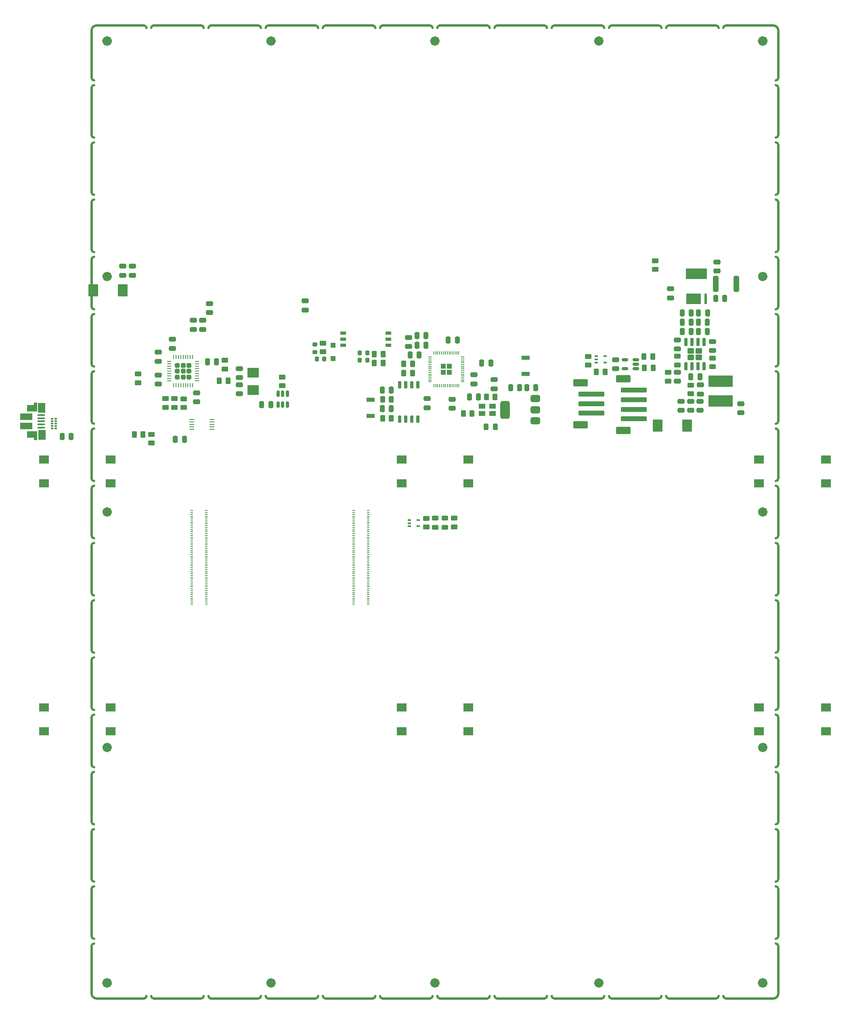
<source format=gtp>
G04 #@! TF.GenerationSoftware,KiCad,Pcbnew,8.0.6+1*
G04 #@! TF.CreationDate,2024-12-16T18:15:49+00:00*
G04 #@! TF.ProjectId,stencil,7374656e-6369-46c2-9e6b-696361645f70,4.0.1-RC*
G04 #@! TF.SameCoordinates,Original*
G04 #@! TF.FileFunction,Paste,Top*
G04 #@! TF.FilePolarity,Positive*
%FSLAX46Y46*%
G04 Gerber Fmt 4.6, Leading zero omitted, Abs format (unit mm)*
G04 Created by KiCad (PCBNEW 8.0.6+1) date 2024-12-16 18:15:49*
%MOMM*%
%LPD*%
G01*
G04 APERTURE LIST*
G04 Aperture macros list*
%AMRoundRect*
0 Rectangle with rounded corners*
0 $1 Rounding radius*
0 $2 $3 $4 $5 $6 $7 $8 $9 X,Y pos of 4 corners*
0 Add a 4 corners polygon primitive as box body*
4,1,4,$2,$3,$4,$5,$6,$7,$8,$9,$2,$3,0*
0 Add four circle primitives for the rounded corners*
1,1,$1+$1,$2,$3*
1,1,$1+$1,$4,$5*
1,1,$1+$1,$6,$7*
1,1,$1+$1,$8,$9*
0 Add four rect primitives between the rounded corners*
20,1,$1+$1,$2,$3,$4,$5,0*
20,1,$1+$1,$4,$5,$6,$7,0*
20,1,$1+$1,$6,$7,$8,$9,0*
20,1,$1+$1,$8,$9,$2,$3,0*%
G04 Aperture macros list end*
%ADD10C,0.500000*%
%ADD11C,1.000000*%
%ADD12C,1.050000*%
%ADD13RoundRect,0.250000X0.262500X0.450000X-0.262500X0.450000X-0.262500X-0.450000X0.262500X-0.450000X0*%
%ADD14RoundRect,0.250000X-0.262500X-0.450000X0.262500X-0.450000X0.262500X0.450000X-0.262500X0.450000X0*%
%ADD15RoundRect,0.250000X-0.250000X-0.475000X0.250000X-0.475000X0.250000X0.475000X-0.250000X0.475000X0*%
%ADD16RoundRect,0.250000X0.475000X-0.250000X0.475000X0.250000X-0.475000X0.250000X-0.475000X-0.250000X0*%
%ADD17RoundRect,0.250000X-0.475000X0.250000X-0.475000X-0.250000X0.475000X-0.250000X0.475000X0.250000X0*%
%ADD18RoundRect,0.375000X0.625000X0.375000X-0.625000X0.375000X-0.625000X-0.375000X0.625000X-0.375000X0*%
%ADD19RoundRect,0.500000X0.500000X1.400000X-0.500000X1.400000X-0.500000X-1.400000X0.500000X-1.400000X0*%
%ADD20RoundRect,0.250000X0.250000X0.475000X-0.250000X0.475000X-0.250000X-0.475000X0.250000X-0.475000X0*%
%ADD21RoundRect,0.250000X0.787500X1.025000X-0.787500X1.025000X-0.787500X-1.025000X0.787500X-1.025000X0*%
%ADD22R,1.700000X0.900000*%
%ADD23RoundRect,0.250000X-0.450000X0.262500X-0.450000X-0.262500X0.450000X-0.262500X0.450000X0.262500X0*%
%ADD24R,2.400000X2.000000*%
%ADD25R,1.400000X1.100000*%
%ADD26RoundRect,0.250000X0.450000X-0.262500X0.450000X0.262500X-0.450000X0.262500X-0.450000X-0.262500X0*%
%ADD27RoundRect,0.243750X0.243750X0.456250X-0.243750X0.456250X-0.243750X-0.456250X0.243750X-0.456250X0*%
%ADD28R,2.000000X1.800000*%
%ADD29RoundRect,0.250000X-0.460000X0.315000X-0.460000X-0.315000X0.460000X-0.315000X0.460000X0.315000X0*%
%ADD30RoundRect,0.150000X-0.150000X0.737500X-0.150000X-0.737500X0.150000X-0.737500X0.150000X0.737500X0*%
%ADD31RoundRect,0.150000X0.150000X-0.512500X0.150000X0.512500X-0.150000X0.512500X-0.150000X-0.512500X0*%
%ADD32R,3.150000X2.200000*%
%ADD33R,0.600000X2.200000*%
%ADD34R,4.400000X2.200000*%
%ADD35R,1.650000X0.400000*%
%ADD36R,0.700000X1.825000*%
%ADD37R,1.500000X2.000000*%
%ADD38R,2.000000X1.350000*%
%ADD39R,2.500000X1.430000*%
%ADD40RoundRect,0.247500X-0.247500X0.247500X-0.247500X-0.247500X0.247500X-0.247500X0.247500X0.247500X0*%
%ADD41RoundRect,0.062500X-0.062500X0.350000X-0.062500X-0.350000X0.062500X-0.350000X0.062500X0.350000X0*%
%ADD42RoundRect,0.062500X-0.350000X0.062500X-0.350000X-0.062500X0.350000X-0.062500X0.350000X0.062500X0*%
%ADD43R,1.300000X0.800000*%
%ADD44R,1.100000X0.250000*%
%ADD45RoundRect,0.250000X0.292217X-0.292217X0.292217X0.292217X-0.292217X0.292217X-0.292217X-0.292217X0*%
%ADD46RoundRect,0.040000X0.040000X-0.310000X0.040000X0.310000X-0.040000X0.310000X-0.040000X-0.310000X0*%
%ADD47RoundRect,0.040000X0.310000X-0.040000X0.310000X0.040000X-0.310000X0.040000X-0.310000X-0.040000X0*%
%ADD48RoundRect,0.243750X-0.456250X0.243750X-0.456250X-0.243750X0.456250X-0.243750X0.456250X0.243750X0*%
%ADD49RoundRect,0.218750X-0.256250X0.218750X-0.256250X-0.218750X0.256250X-0.218750X0.256250X0.218750X0*%
%ADD50RoundRect,0.250000X-0.300000X0.300000X-0.300000X-0.300000X0.300000X-0.300000X0.300000X0.300000X0*%
%ADD51RoundRect,0.218750X-0.218750X-0.256250X0.218750X-0.256250X0.218750X0.256250X-0.218750X0.256250X0*%
%ADD52RoundRect,0.250000X0.312500X1.450000X-0.312500X1.450000X-0.312500X-1.450000X0.312500X-1.450000X0*%
%ADD53RoundRect,0.250000X2.500000X-0.250000X2.500000X0.250000X-2.500000X0.250000X-2.500000X-0.250000X0*%
%ADD54RoundRect,0.250000X1.250000X-0.550000X1.250000X0.550000X-1.250000X0.550000X-1.250000X-0.550000X0*%
%ADD55RoundRect,0.150000X0.150000X-0.650000X0.150000X0.650000X-0.150000X0.650000X-0.150000X-0.650000X0*%
%ADD56R,0.560000X0.160000*%
%ADD57RoundRect,0.075000X0.200000X-0.075000X0.200000X0.075000X-0.200000X0.075000X-0.200000X-0.075000X0*%
%ADD58RoundRect,0.100000X-0.225000X-0.100000X0.225000X-0.100000X0.225000X0.100000X-0.225000X0.100000X0*%
%ADD59R,5.100000X2.350000*%
%ADD60RoundRect,0.150000X0.512500X0.150000X-0.512500X0.150000X-0.512500X-0.150000X0.512500X-0.150000X0*%
G04 APERTURE END LIST*
D10*
X86494385Y-46005615D02*
G75*
G02*
X85994385Y-46505615I-500000J0D01*
G01*
X135994385Y-46505615D02*
X145994385Y-46505615D01*
X133994385Y157494385D02*
G75*
G02*
X134494385Y156994385I0J-500000D01*
G01*
X15994385Y-46505615D02*
X25994385Y-46505615D01*
X158994385Y134494385D02*
G75*
G02*
X158494385Y133994385I-500000J0D01*
G01*
D11*
X87494385Y154244385D02*
G75*
G02*
X86494385Y154244385I-500000J0D01*
G01*
X86494385Y154244385D02*
G75*
G02*
X87494385Y154244385I500000J0D01*
G01*
D10*
X158994385Y72494385D02*
X158994385Y62494385D01*
X15494385Y133994385D02*
G75*
G02*
X14994385Y134494385I0J500000D01*
G01*
X158994385Y60494385D02*
X158994385Y50494385D01*
X15494385Y109994385D02*
G75*
G02*
X14994385Y110494385I0J500000D01*
G01*
X158994385Y-23505615D02*
X158994385Y-33505615D01*
X63994385Y157494385D02*
X73994385Y157494385D01*
X14994385Y84494385D02*
G75*
G02*
X15494385Y84994385I500000J0D01*
G01*
X26494385Y-46005615D02*
G75*
G02*
X25994385Y-46505615I-500000J0D01*
G01*
X158494385Y60994385D02*
G75*
G02*
X158994385Y60494385I0J-500000D01*
G01*
X15494385Y-10005615D02*
G75*
G02*
X14994385Y-9505615I0J500000D01*
G01*
D11*
X87494385Y-43255615D02*
G75*
G02*
X86494385Y-43255615I-500000J0D01*
G01*
X86494385Y-43255615D02*
G75*
G02*
X87494385Y-43255615I500000J0D01*
G01*
D10*
X158994385Y-33505615D02*
G75*
G02*
X158494385Y-34005615I-500000J0D01*
G01*
X14994385Y-23505615D02*
X14994385Y-33505615D01*
X15494385Y25994385D02*
G75*
G02*
X14994385Y26494385I0J500000D01*
G01*
X39994385Y-46505615D02*
X49994385Y-46505615D01*
X51994385Y-46505615D02*
X61994385Y-46505615D01*
X158994385Y26494385D02*
G75*
G02*
X158494385Y25994385I-500000J0D01*
G01*
X15494385Y145994385D02*
G75*
G02*
X14994385Y146494385I0J500000D01*
G01*
X145994385Y157494385D02*
G75*
G02*
X146494385Y156994385I0J-500000D01*
G01*
X14994385Y-35505615D02*
X14994385Y-45505615D01*
X98494385Y-46005615D02*
G75*
G02*
X97994385Y-46505615I-500000J0D01*
G01*
X14994385Y494385D02*
X14994385Y-9505615D01*
X85994385Y157494385D02*
G75*
G02*
X86494385Y156994385I0J-500000D01*
G01*
X63994385Y-46505615D02*
G75*
G02*
X63494385Y-46005615I0J500000D01*
G01*
X135494385Y156994385D02*
G75*
G02*
X135994385Y157494385I500000J0D01*
G01*
X111994385Y-46505615D02*
X121994385Y-46505615D01*
X99994385Y-46505615D02*
G75*
G02*
X99494385Y-46005615I0J500000D01*
G01*
X99994385Y-46505615D02*
X109994385Y-46505615D01*
X14994385Y48494385D02*
G75*
G02*
X15494385Y48994385I500000J0D01*
G01*
X111494385Y156994385D02*
G75*
G02*
X111994385Y157494385I500000J0D01*
G01*
X109994385Y157494385D02*
G75*
G02*
X110494385Y156994385I0J-500000D01*
G01*
X158494385Y120994385D02*
G75*
G02*
X158994385Y120494385I0J-500000D01*
G01*
X158494385Y48994385D02*
G75*
G02*
X158994385Y48494385I0J-500000D01*
G01*
X158494385Y36994385D02*
G75*
G02*
X158994385Y36494385I0J-500000D01*
G01*
X75994385Y157494385D02*
X85994385Y157494385D01*
X158994385Y144494385D02*
X158994385Y134494385D01*
X15494385Y73994385D02*
G75*
G02*
X14994385Y74494385I0J500000D01*
G01*
D11*
X121869385Y-43255615D02*
G75*
G02*
X120869385Y-43255615I-500000J0D01*
G01*
X120869385Y-43255615D02*
G75*
G02*
X121869385Y-43255615I500000J0D01*
G01*
D10*
X158994385Y108494385D02*
X158994385Y98494385D01*
X75994385Y-46505615D02*
G75*
G02*
X75494385Y-46005615I0J500000D01*
G01*
X15494385Y61994385D02*
G75*
G02*
X14994385Y62494385I0J500000D01*
G01*
X14994385Y156494385D02*
X14994385Y146494385D01*
X14994385Y-23505615D02*
G75*
G02*
X15494385Y-23005615I500000J0D01*
G01*
X158994385Y48494385D02*
X158994385Y38494385D01*
X147994385Y-46505615D02*
G75*
G02*
X147494385Y-46005615I0J500000D01*
G01*
D11*
X121869385Y154244385D02*
G75*
G02*
X120869385Y154244385I-500000J0D01*
G01*
X120869385Y154244385D02*
G75*
G02*
X121869385Y154244385I500000J0D01*
G01*
X156244385Y6119385D02*
G75*
G02*
X155244385Y6119385I-500000J0D01*
G01*
X155244385Y6119385D02*
G75*
G02*
X156244385Y6119385I500000J0D01*
G01*
D10*
X14994385Y108494385D02*
G75*
G02*
X15494385Y108994385I500000J0D01*
G01*
X14994385Y96494385D02*
X14994385Y86494385D01*
X158494385Y132994385D02*
G75*
G02*
X158994385Y132494385I0J-500000D01*
G01*
X158494385Y144994385D02*
G75*
G02*
X158994385Y144494385I0J-500000D01*
G01*
X14994385Y60494385D02*
X14994385Y50494385D01*
X158994385Y24494385D02*
X158994385Y14494385D01*
X135994385Y-46505615D02*
G75*
G02*
X135494385Y-46005615I0J500000D01*
G01*
X27994385Y157494385D02*
X37994385Y157494385D01*
X158994385Y62494385D02*
G75*
G02*
X158494385Y61994385I-500000J0D01*
G01*
X158994385Y-45505615D02*
G75*
G02*
X157994385Y-46505615I-1000000J0D01*
G01*
X123994385Y-46505615D02*
X133994385Y-46505615D01*
X14994385Y120494385D02*
X14994385Y110494385D01*
X14994385Y144494385D02*
G75*
G02*
X15494385Y144994385I500000J0D01*
G01*
X15494385Y37994385D02*
G75*
G02*
X14994385Y38494385I0J500000D01*
G01*
X147994385Y-46505615D02*
X157994385Y-46505615D01*
X63994385Y-46505615D02*
X73994385Y-46505615D01*
X158994385Y-21505615D02*
G75*
G02*
X158494385Y-22005615I-500000J0D01*
G01*
X14994385Y108494385D02*
X14994385Y98494385D01*
X38494385Y-46005615D02*
G75*
G02*
X37994385Y-46505615I-500000J0D01*
G01*
X158994385Y96494385D02*
X158994385Y86494385D01*
X39994385Y-46505615D02*
G75*
G02*
X39494385Y-46005615I0J500000D01*
G01*
X158994385Y14494385D02*
G75*
G02*
X158494385Y13994385I-500000J0D01*
G01*
X110494385Y-46005615D02*
G75*
G02*
X109994385Y-46505615I-500000J0D01*
G01*
X63494385Y156994385D02*
G75*
G02*
X63994385Y157494385I500000J0D01*
G01*
X51994385Y-46505615D02*
G75*
G02*
X51494385Y-46005615I0J500000D01*
G01*
X158994385Y156494385D02*
X158994385Y146494385D01*
X14994385Y96494385D02*
G75*
G02*
X15494385Y96994385I500000J0D01*
G01*
X158494385Y72994385D02*
G75*
G02*
X158994385Y72494385I0J-500000D01*
G01*
X14994385Y72494385D02*
G75*
G02*
X15494385Y72994385I500000J0D01*
G01*
X73994385Y157494385D02*
G75*
G02*
X74494385Y156994385I0J-500000D01*
G01*
X97994385Y157494385D02*
G75*
G02*
X98494385Y156994385I0J-500000D01*
G01*
X15494385Y-34005615D02*
G75*
G02*
X14994385Y-33505615I0J500000D01*
G01*
X14994385Y36494385D02*
X14994385Y26494385D01*
X61994385Y157494385D02*
G75*
G02*
X62494385Y156994385I0J-500000D01*
G01*
X15494385Y121994385D02*
G75*
G02*
X14994385Y122494385I0J500000D01*
G01*
X14994385Y-35505615D02*
G75*
G02*
X15494385Y-35005615I500000J0D01*
G01*
X158994385Y84494385D02*
X158994385Y74494385D01*
X27494385Y156994385D02*
G75*
G02*
X27994385Y157494385I500000J0D01*
G01*
X158994385Y-35505615D02*
X158994385Y-45505615D01*
X75494385Y156994385D02*
G75*
G02*
X75994385Y157494385I500000J0D01*
G01*
D11*
X156244385Y55494385D02*
G75*
G02*
X155244385Y55494385I-500000J0D01*
G01*
X155244385Y55494385D02*
G75*
G02*
X156244385Y55494385I500000J0D01*
G01*
D12*
X18769385Y154244385D02*
G75*
G02*
X17719385Y154244385I-525000J0D01*
G01*
X17719385Y154244385D02*
G75*
G02*
X18769385Y154244385I525000J0D01*
G01*
D10*
X14994385Y-11505615D02*
G75*
G02*
X15494385Y-11005615I500000J0D01*
G01*
X111994385Y157494385D02*
X121994385Y157494385D01*
X14994385Y120494385D02*
G75*
G02*
X15494385Y120994385I500000J0D01*
G01*
X158994385Y146494385D02*
G75*
G02*
X158494385Y145994385I-500000J0D01*
G01*
X122494385Y-46005615D02*
G75*
G02*
X121994385Y-46505615I-500000J0D01*
G01*
D11*
X18744385Y55494385D02*
G75*
G02*
X17744385Y55494385I-500000J0D01*
G01*
X17744385Y55494385D02*
G75*
G02*
X18744385Y55494385I500000J0D01*
G01*
D10*
X14994385Y132494385D02*
X14994385Y122494385D01*
X14994385Y494385D02*
G75*
G02*
X15494385Y994385I500000J0D01*
G01*
X75994385Y-46505615D02*
X85994385Y-46505615D01*
X14994385Y48494385D02*
X14994385Y38494385D01*
X14994385Y12494385D02*
X14994385Y2494385D01*
X158494385Y994385D02*
G75*
G02*
X158994385Y494385I0J-500000D01*
G01*
D11*
X156244385Y104869385D02*
G75*
G02*
X155244385Y104869385I-500000J0D01*
G01*
X155244385Y104869385D02*
G75*
G02*
X156244385Y104869385I500000J0D01*
G01*
D10*
X14994385Y12494385D02*
G75*
G02*
X15494385Y12994385I500000J0D01*
G01*
X14994385Y72494385D02*
X14994385Y62494385D01*
X15994385Y-46505615D02*
G75*
G02*
X14994385Y-45505615I0J1000000D01*
G01*
X87494385Y156994385D02*
G75*
G02*
X87994385Y157494385I500000J0D01*
G01*
X158994385Y36494385D02*
X158994385Y26494385D01*
X25994385Y157494385D02*
G75*
G02*
X26494385Y156994385I0J-500000D01*
G01*
X15494385Y49994385D02*
G75*
G02*
X14994385Y50494385I0J500000D01*
G01*
X14994385Y24494385D02*
X14994385Y14494385D01*
X158994385Y-11505615D02*
X158994385Y-21505615D01*
X14994385Y24494385D02*
G75*
G02*
X15494385Y24994385I500000J0D01*
G01*
X14994385Y144494385D02*
X14994385Y134494385D01*
X158994385Y86494385D02*
G75*
G02*
X158494385Y85994385I-500000J0D01*
G01*
X158494385Y-35005615D02*
G75*
G02*
X158994385Y-35505615I0J-500000D01*
G01*
X14994385Y60494385D02*
G75*
G02*
X15494385Y60994385I500000J0D01*
G01*
D11*
X18744385Y6119385D02*
G75*
G02*
X17744385Y6119385I-500000J0D01*
G01*
X17744385Y6119385D02*
G75*
G02*
X18744385Y6119385I500000J0D01*
G01*
D10*
X158994385Y132494385D02*
X158994385Y122494385D01*
X62494385Y-46005615D02*
G75*
G02*
X61994385Y-46505615I-500000J0D01*
G01*
X158994385Y98494385D02*
G75*
G02*
X158494385Y97994385I-500000J0D01*
G01*
X15494385Y1994385D02*
G75*
G02*
X14994385Y2494385I0J500000D01*
G01*
X87994385Y157494385D02*
X97994385Y157494385D01*
X87994385Y-46505615D02*
X97994385Y-46505615D01*
X135994385Y157494385D02*
X145994385Y157494385D01*
X39994385Y157494385D02*
X49994385Y157494385D01*
X51494385Y156994385D02*
G75*
G02*
X51994385Y157494385I500000J0D01*
G01*
X121994385Y157494385D02*
G75*
G02*
X122494385Y156994385I0J-500000D01*
G01*
X14994385Y132494385D02*
G75*
G02*
X15494385Y132994385I500000J0D01*
G01*
X158494385Y-11005615D02*
G75*
G02*
X158994385Y-11505615I0J-500000D01*
G01*
X27994385Y-46505615D02*
G75*
G02*
X27494385Y-46005615I0J500000D01*
G01*
X74494385Y-46005615D02*
G75*
G02*
X73994385Y-46505615I-500000J0D01*
G01*
X134494385Y-46005615D02*
G75*
G02*
X133994385Y-46505615I-500000J0D01*
G01*
D11*
X53119385Y-43255615D02*
G75*
G02*
X52119385Y-43255615I-500000J0D01*
G01*
X52119385Y-43255615D02*
G75*
G02*
X53119385Y-43255615I500000J0D01*
G01*
D10*
X146494385Y-46005615D02*
G75*
G02*
X145994385Y-46505615I-500000J0D01*
G01*
X147994385Y157494385D02*
X157994385Y157494385D01*
X157994385Y157494385D02*
G75*
G02*
X158994385Y156494385I0J-1000000D01*
G01*
X123994385Y157494385D02*
X133994385Y157494385D01*
X15494385Y85994385D02*
G75*
G02*
X14994385Y86494385I0J500000D01*
G01*
X51994385Y157494385D02*
X61994385Y157494385D01*
X147494385Y156994385D02*
G75*
G02*
X147994385Y157494385I500000J0D01*
G01*
X158994385Y110494385D02*
G75*
G02*
X158494385Y109994385I-500000J0D01*
G01*
X15994385Y157494385D02*
X25994385Y157494385D01*
D12*
X156269385Y154244385D02*
G75*
G02*
X155219385Y154244385I-525000J0D01*
G01*
X155219385Y154244385D02*
G75*
G02*
X156269385Y154244385I525000J0D01*
G01*
D10*
X15494385Y13994385D02*
G75*
G02*
X14994385Y14494385I0J500000D01*
G01*
X158994385Y12494385D02*
X158994385Y2494385D01*
X158994385Y494385D02*
X158994385Y-9505615D01*
D11*
X53119385Y154244385D02*
G75*
G02*
X52119385Y154244385I-500000J0D01*
G01*
X52119385Y154244385D02*
G75*
G02*
X53119385Y154244385I500000J0D01*
G01*
D10*
X158994385Y74494385D02*
G75*
G02*
X158494385Y73994385I-500000J0D01*
G01*
X49994385Y157494385D02*
G75*
G02*
X50494385Y156994385I0J-500000D01*
G01*
X158494385Y84994385D02*
G75*
G02*
X158994385Y84494385I0J-500000D01*
G01*
D12*
X156269385Y-43255615D02*
G75*
G02*
X155219385Y-43255615I-525000J0D01*
G01*
X155219385Y-43255615D02*
G75*
G02*
X156269385Y-43255615I525000J0D01*
G01*
D10*
X14994385Y84494385D02*
X14994385Y74494385D01*
X99994385Y157494385D02*
X109994385Y157494385D01*
X14994385Y36494385D02*
G75*
G02*
X15494385Y36994385I500000J0D01*
G01*
X158994385Y2494385D02*
G75*
G02*
X158494385Y1994385I-500000J0D01*
G01*
X87994385Y-46505615D02*
G75*
G02*
X87494385Y-46005615I0J500000D01*
G01*
X158494385Y96994385D02*
G75*
G02*
X158994385Y96494385I0J-500000D01*
G01*
X14994385Y156494385D02*
G75*
G02*
X15994385Y157494385I1000000J0D01*
G01*
X37994385Y157494385D02*
G75*
G02*
X38494385Y156994385I0J-500000D01*
G01*
X39494385Y156994385D02*
G75*
G02*
X39994385Y157494385I500000J0D01*
G01*
X15494385Y-22005615D02*
G75*
G02*
X14994385Y-21505615I0J500000D01*
G01*
X158994385Y120494385D02*
X158994385Y110494385D01*
X50494385Y-46005615D02*
G75*
G02*
X49994385Y-46505615I-500000J0D01*
G01*
X158994385Y-9505615D02*
G75*
G02*
X158494385Y-10005615I-500000J0D01*
G01*
X99494385Y156994385D02*
G75*
G02*
X99994385Y157494385I500000J0D01*
G01*
D12*
X18769385Y-43255615D02*
G75*
G02*
X17719385Y-43255615I-525000J0D01*
G01*
X17719385Y-43255615D02*
G75*
G02*
X18769385Y-43255615I525000J0D01*
G01*
D10*
X158494385Y12994385D02*
G75*
G02*
X158994385Y12494385I0J-500000D01*
G01*
X123494385Y156994385D02*
G75*
G02*
X123994385Y157494385I500000J0D01*
G01*
X158994385Y38494385D02*
G75*
G02*
X158494385Y37994385I-500000J0D01*
G01*
X158494385Y24994385D02*
G75*
G02*
X158994385Y24494385I0J-500000D01*
G01*
X15494385Y97994385D02*
G75*
G02*
X14994385Y98494385I0J500000D01*
G01*
X111994385Y-46505615D02*
G75*
G02*
X111494385Y-46005615I0J500000D01*
G01*
X158494385Y-23005615D02*
G75*
G02*
X158994385Y-23505615I0J-500000D01*
G01*
X158994385Y122494385D02*
G75*
G02*
X158494385Y121994385I-500000J0D01*
G01*
X14994385Y-11505615D02*
X14994385Y-21505615D01*
X27994385Y-46505615D02*
X37994385Y-46505615D01*
D11*
X18744385Y104869385D02*
G75*
G02*
X17744385Y104869385I-500000J0D01*
G01*
X17744385Y104869385D02*
G75*
G02*
X18744385Y104869385I500000J0D01*
G01*
D10*
X158994385Y50494385D02*
G75*
G02*
X158494385Y49994385I-500000J0D01*
G01*
X123994385Y-46505615D02*
G75*
G02*
X123494385Y-46005615I0J500000D01*
G01*
X158494385Y108994385D02*
G75*
G02*
X158994385Y108494385I0J-500000D01*
G01*
D13*
G04 #@! TO.C,R18*
X132756885Y85744385D03*
X130931885Y85744385D03*
G04 #@! TD*
D14*
G04 #@! TO.C,R21*
X92971885Y76184385D03*
X94796885Y76184385D03*
G04 #@! TD*
D15*
G04 #@! TO.C,C23*
X96794385Y86724385D03*
X98694385Y86724385D03*
G04 #@! TD*
D16*
G04 #@! TO.C,C48*
X29004385Y87084385D03*
X29004385Y88984385D03*
G04 #@! TD*
D14*
G04 #@! TO.C,R10*
X80481885Y86534385D03*
X82306885Y86534385D03*
G04 #@! TD*
D16*
G04 #@! TO.C,C21*
X81434385Y90194385D03*
X81434385Y92094385D03*
G04 #@! TD*
D17*
G04 #@! TO.C,C49*
X29004385Y84204385D03*
X29004385Y82304385D03*
G04 #@! TD*
D16*
G04 #@! TO.C,C29*
X137834385Y82884385D03*
X137834385Y84784385D03*
G04 #@! TD*
D14*
G04 #@! TO.C,R9*
X76019385Y75144385D03*
X77844385Y75144385D03*
G04 #@! TD*
D16*
G04 #@! TO.C,C28*
X138644385Y76824385D03*
X138644385Y78724385D03*
G04 #@! TD*
D18*
G04 #@! TO.C,U5*
X108034385Y74644385D03*
X108034385Y76944385D03*
D19*
X101734385Y76944385D03*
D18*
X108034385Y79244385D03*
G04 #@! TD*
D13*
G04 #@! TO.C,R20*
X122674485Y84857785D03*
X120849485Y84857785D03*
G04 #@! TD*
D20*
G04 #@! TO.C,C24*
X104754385Y81574385D03*
X102854385Y81574385D03*
G04 #@! TD*
D16*
G04 #@! TO.C,C44*
X31974385Y89784385D03*
X31974385Y91684385D03*
G04 #@! TD*
D21*
G04 #@! TO.C,C43*
X21521885Y101951985D03*
X15296885Y101951985D03*
G04 #@! TD*
D22*
G04 #@! TO.C,SW4*
X106004385Y84434385D03*
X106004385Y87834385D03*
G04 #@! TD*
D14*
G04 #@! TO.C,R6*
X80481885Y84634385D03*
X82306885Y84634385D03*
G04 #@! TD*
D15*
G04 #@! TO.C,C45*
X39284385Y87004385D03*
X41184385Y87004385D03*
G04 #@! TD*
D20*
G04 #@! TO.C,C15*
X77831885Y77144385D03*
X75931885Y77144385D03*
G04 #@! TD*
D23*
G04 #@! TO.C,R29*
X54985385Y83789085D03*
X54985385Y81964085D03*
G04 #@! TD*
D16*
G04 #@! TO.C,C42*
X23518985Y105116785D03*
X23518985Y107016785D03*
G04 #@! TD*
D24*
G04 #@! TO.C,Y1*
X48834385Y84724385D03*
X48834385Y81024385D03*
G04 #@! TD*
D21*
G04 #@! TO.C,C33*
X139885885Y73580185D03*
X133660885Y73580185D03*
G04 #@! TD*
D14*
G04 #@! TO.C,R8*
X76019385Y79144385D03*
X77844385Y79144385D03*
G04 #@! TD*
D23*
G04 #@! TO.C,R25*
X32374385Y79242485D03*
X32374385Y77417485D03*
G04 #@! TD*
D15*
G04 #@! TO.C,C34*
X140684385Y83884385D03*
X142584385Y83884385D03*
G04 #@! TD*
D23*
G04 #@! TO.C,R28*
X34274385Y79232485D03*
X34274385Y77407485D03*
G04 #@! TD*
D25*
G04 #@! TO.C,Y2*
X96894385Y76106684D03*
X99094385Y76106684D03*
X99094385Y77706686D03*
X96894385Y77706686D03*
G04 #@! TD*
D26*
G04 #@! TO.C,R15*
X137824385Y86311885D03*
X137824385Y88136885D03*
G04 #@! TD*
D27*
G04 #@! TO.C,D2*
X99631885Y73314385D03*
X97756885Y73314385D03*
G04 #@! TD*
D28*
G04 #@! TO.C,SW6*
X79994385Y66494385D03*
X93994385Y66494385D03*
X79994385Y61494385D03*
X93994385Y61494385D03*
G04 #@! TD*
D16*
G04 #@! TO.C,C8*
X136414385Y100374385D03*
X136414385Y102274385D03*
G04 #@! TD*
G04 #@! TO.C,C37*
X151124385Y76314385D03*
X151124385Y78214385D03*
G04 #@! TD*
D26*
G04 #@! TO.C,R7*
X119114385Y86291885D03*
X119114385Y88116885D03*
G04 #@! TD*
D22*
G04 #@! TO.C,SW3*
X73504385Y75644385D03*
X73504385Y79044385D03*
G04 #@! TD*
D26*
G04 #@! TO.C,R13*
X145204385Y85951885D03*
X145204385Y87776885D03*
G04 #@! TD*
D16*
G04 #@! TO.C,C32*
X142614385Y76824385D03*
X142614385Y78724385D03*
G04 #@! TD*
D23*
G04 #@! TO.C,R26*
X30474385Y79242485D03*
X30474385Y77417485D03*
G04 #@! TD*
D16*
G04 #@! TO.C,C30*
X145204385Y89324385D03*
X145204385Y91224385D03*
G04 #@! TD*
D23*
G04 #@! TO.C,R23*
X27502585Y71774885D03*
X27502585Y69949885D03*
G04 #@! TD*
D17*
G04 #@! TO.C,C35*
X137834385Y91574385D03*
X137834385Y89674385D03*
G04 #@! TD*
D20*
G04 #@! TO.C,C9*
X140744385Y95304385D03*
X138844385Y95304385D03*
G04 #@! TD*
D29*
G04 #@! TO.C,U6*
X142364385Y89274385D03*
X140664385Y89274385D03*
X142364385Y87914385D03*
X140664385Y87914385D03*
D30*
X143419385Y91156885D03*
X142149385Y91156885D03*
X140879385Y91156885D03*
X139609385Y91156885D03*
X139609385Y86031885D03*
X140879385Y86031885D03*
X142149385Y86031885D03*
X143419385Y86031885D03*
G04 #@! TD*
D20*
G04 #@! TO.C,C18*
X77855585Y81098585D03*
X75955585Y81098585D03*
G04 #@! TD*
D16*
G04 #@! TO.C,C41*
X21558985Y105116785D03*
X21558985Y107016785D03*
G04 #@! TD*
D13*
G04 #@! TO.C,R22*
X25773485Y71776785D03*
X23948485Y71776785D03*
G04 #@! TD*
D26*
G04 #@! TO.C,R3*
X63540985Y89085485D03*
X63540985Y90910485D03*
G04 #@! TD*
D17*
G04 #@! TO.C,C19*
X85344385Y79244385D03*
X85344385Y77344385D03*
G04 #@! TD*
D31*
G04 #@! TO.C,U10*
X54136985Y77979885D03*
X55086985Y77979885D03*
X56036985Y77979885D03*
X56036985Y80254885D03*
X55086985Y80254885D03*
X54136985Y80254885D03*
G04 #@! TD*
D14*
G04 #@! TO.C,R27*
X41781885Y83014385D03*
X43606885Y83014385D03*
G04 #@! TD*
D15*
G04 #@! TO.C,C50*
X8794385Y71344385D03*
X10694385Y71344385D03*
G04 #@! TD*
D32*
G04 #@! TO.C,Q1*
X141219385Y100234385D03*
D33*
X143759385Y100234385D03*
D34*
X141854385Y105434385D03*
G04 #@! TD*
D14*
G04 #@! TO.C,R11*
X97781885Y79606685D03*
X99606885Y79606685D03*
G04 #@! TD*
D17*
G04 #@! TO.C,C51*
X39694385Y99194385D03*
X39694385Y97294385D03*
G04 #@! TD*
G04 #@! TO.C,C1*
X59794385Y99744385D03*
X59794385Y97844385D03*
G04 #@! TD*
D15*
G04 #@! TO.C,C3*
X142274385Y97264385D03*
X144174385Y97264385D03*
G04 #@! TD*
D20*
G04 #@! TO.C,C2*
X147774385Y100264385D03*
X145874385Y100264385D03*
G04 #@! TD*
D16*
G04 #@! TO.C,C4*
X146164385Y106014385D03*
X146164385Y107914385D03*
G04 #@! TD*
D35*
G04 #@! TO.C,J9*
X4429385Y75819385D03*
X4429385Y75169385D03*
X4429385Y74519385D03*
X4429385Y73869385D03*
X4429385Y73219385D03*
D36*
X3229385Y77469385D03*
D37*
X4529385Y77369385D03*
D38*
X2479385Y77249385D03*
D39*
X1279385Y75479385D03*
X1279385Y73559385D03*
D38*
X2479385Y71769385D03*
D37*
X4549385Y71619385D03*
D36*
X3229385Y71519385D03*
G04 #@! TD*
D16*
G04 #@! TO.C,C36*
X140624385Y76814385D03*
X140624385Y78714385D03*
G04 #@! TD*
D17*
G04 #@! TO.C,C40*
X36344385Y95694385D03*
X36344385Y93794385D03*
G04 #@! TD*
D28*
G04 #@! TO.C,SW5*
X4994385Y66494385D03*
X18994385Y66494385D03*
X4994385Y61494385D03*
X18994385Y61494385D03*
G04 #@! TD*
D40*
G04 #@! TO.C,U9*
X35414385Y86264385D03*
X34184385Y86264385D03*
X32954385Y86264385D03*
X35414385Y85034385D03*
X34184385Y85034385D03*
X32954385Y85034385D03*
X35414385Y83804385D03*
X34184385Y83804385D03*
X32954385Y83804385D03*
D41*
X36184385Y87971885D03*
X35684385Y87971885D03*
X35184385Y87971885D03*
X34684385Y87971885D03*
X34184385Y87971885D03*
X33684385Y87971885D03*
X33184385Y87971885D03*
X32684385Y87971885D03*
X32184385Y87971885D03*
D42*
X31246885Y87034385D03*
X31246885Y86534385D03*
X31246885Y86034385D03*
X31246885Y85534385D03*
X31246885Y85034385D03*
X31246885Y84534385D03*
X31246885Y84034385D03*
X31246885Y83534385D03*
X31246885Y83034385D03*
D41*
X32184385Y82096885D03*
X32684385Y82096885D03*
X33184385Y82096885D03*
X33684385Y82096885D03*
X34184385Y82096885D03*
X34684385Y82096885D03*
X35184385Y82096885D03*
X35684385Y82096885D03*
X36184385Y82096885D03*
D42*
X37121885Y83034385D03*
X37121885Y83534385D03*
X37121885Y84034385D03*
X37121885Y84534385D03*
X37121885Y85034385D03*
X37121885Y85534385D03*
X37121885Y86034385D03*
X37121885Y86534385D03*
X37121885Y87034385D03*
G04 #@! TD*
D43*
G04 #@! TO.C,U2*
X67705985Y92992985D03*
X67705985Y91722985D03*
X67705985Y90452985D03*
X77205985Y90452985D03*
X77205985Y91722985D03*
X77205985Y92992985D03*
G04 #@! TD*
D44*
G04 #@! TO.C,U8*
X40264385Y72884385D03*
X40264385Y73384385D03*
X40264385Y73884385D03*
X40264385Y74384385D03*
X40264385Y74884385D03*
X35964385Y74884385D03*
X35964385Y74384385D03*
X35964385Y73884385D03*
X35964385Y73384385D03*
X35964385Y72884385D03*
G04 #@! TD*
D13*
G04 #@! TO.C,R4*
X76115885Y88602985D03*
X74290885Y88602985D03*
G04 #@! TD*
D26*
G04 #@! TO.C,R16*
X91034385Y52379385D03*
X91034385Y54204385D03*
G04 #@! TD*
G04 #@! TO.C,R24*
X42964385Y85461885D03*
X42964385Y87286885D03*
G04 #@! TD*
D45*
G04 #@! TO.C,U3*
X88756885Y84756885D03*
X90031885Y84756885D03*
X88756885Y86031885D03*
X90031885Y86031885D03*
D46*
X86794385Y81956885D03*
X87194385Y81956885D03*
X87594385Y81956885D03*
X87994385Y81956885D03*
X88394385Y81956885D03*
X88794385Y81956885D03*
X89194385Y81956885D03*
X89594385Y81956885D03*
X89994385Y81956885D03*
X90394385Y81956885D03*
X90794385Y81956885D03*
X91194385Y81956885D03*
X91594385Y81956885D03*
X91994385Y81956885D03*
D47*
X92831885Y82794385D03*
X92831885Y83194385D03*
X92831885Y83594385D03*
X92831885Y83994385D03*
X92831885Y84394385D03*
X92831885Y84794385D03*
X92831885Y85194385D03*
X92831885Y85594385D03*
X92831885Y85994385D03*
X92831885Y86394385D03*
X92831885Y86794385D03*
X92831885Y87194385D03*
X92831885Y87594385D03*
X92831885Y87994385D03*
D46*
X91994385Y88831885D03*
X91594385Y88831885D03*
X91194385Y88831885D03*
X90794385Y88831885D03*
X90394385Y88831885D03*
X89994385Y88831885D03*
X89594385Y88831885D03*
X89194385Y88831885D03*
X88794385Y88831885D03*
X88394385Y88831885D03*
X87994385Y88831885D03*
X87594385Y88831885D03*
X87194385Y88831885D03*
X86794385Y88831885D03*
D47*
X85956885Y87994385D03*
X85956885Y87594385D03*
X85956885Y87194385D03*
X85956885Y86794385D03*
X85956885Y86394385D03*
X85956885Y85994385D03*
X85956885Y85594385D03*
X85956885Y85194385D03*
X85956885Y84794385D03*
X85956885Y84394385D03*
X85956885Y83994385D03*
X85956885Y83594385D03*
X85956885Y83194385D03*
X85956885Y82794385D03*
G04 #@! TD*
D20*
G04 #@! TO.C,C46*
X34464385Y70694385D03*
X32564385Y70694385D03*
G04 #@! TD*
D48*
G04 #@! TO.C,D7*
X87084385Y54179385D03*
X87084385Y52304385D03*
G04 #@! TD*
D20*
G04 #@! TO.C,C38*
X52582585Y78050585D03*
X50682585Y78050585D03*
G04 #@! TD*
G04 #@! TO.C,C27*
X108174385Y81544385D03*
X106274385Y81544385D03*
G04 #@! TD*
D15*
G04 #@! TO.C,C10*
X142254385Y95284385D03*
X144154385Y95284385D03*
G04 #@! TD*
D13*
G04 #@! TO.C,R19*
X132656885Y88044385D03*
X130831885Y88044385D03*
G04 #@! TD*
D26*
G04 #@! TO.C,R12*
X135904385Y82951885D03*
X135904385Y84776885D03*
G04 #@! TD*
D15*
G04 #@! TO.C,C13*
X89784385Y91534385D03*
X91684385Y91534385D03*
G04 #@! TD*
D14*
G04 #@! TO.C,R5*
X74290885Y86702985D03*
X76115885Y86702985D03*
G04 #@! TD*
D49*
G04 #@! TO.C,L4*
X61815985Y90585485D03*
X61815985Y89010485D03*
G04 #@! TD*
D50*
G04 #@! TO.C,D1*
X65655985Y90472985D03*
X65655985Y87672985D03*
G04 #@! TD*
D20*
G04 #@! TO.C,C17*
X85134385Y92454385D03*
X83234385Y92454385D03*
G04 #@! TD*
D26*
G04 #@! TO.C,R1*
X133191985Y106348085D03*
X133191985Y108173085D03*
G04 #@! TD*
D51*
G04 #@! TO.C,L1*
X62228485Y87572985D03*
X63803485Y87572985D03*
G04 #@! TD*
D20*
G04 #@! TO.C,C22*
X96144385Y79606685D03*
X94244385Y79606685D03*
G04 #@! TD*
D52*
G04 #@! TO.C,F1*
X150201885Y103284385D03*
X145926885Y103284385D03*
G04 #@! TD*
D53*
G04 #@! TO.C,J28*
X119794385Y76194385D03*
X119794385Y78194385D03*
X119794385Y80194385D03*
D54*
X117544385Y73794385D03*
X117544385Y82594385D03*
G04 #@! TD*
D28*
G04 #@! TO.C,SW10*
X154994385Y14494385D03*
X168994385Y14494385D03*
X154994385Y9494385D03*
X168994385Y9494385D03*
G04 #@! TD*
D55*
G04 #@! TO.C,U4*
X79589385Y74944385D03*
X80859385Y74944385D03*
X82129385Y74944385D03*
X83399385Y74944385D03*
X83399385Y82144385D03*
X82129385Y82144385D03*
X80859385Y82144385D03*
X79589385Y82144385D03*
G04 #@! TD*
D17*
G04 #@! TO.C,C47*
X37024385Y80504385D03*
X37024385Y78604385D03*
G04 #@! TD*
D56*
G04 #@! TO.C,CM1*
X72994385Y36194385D03*
X69914385Y36194385D03*
X72994385Y36594385D03*
X69914385Y36594385D03*
X72994385Y36994385D03*
X69914385Y36994385D03*
X72994385Y37394385D03*
X69914385Y37394385D03*
X72994385Y37794385D03*
X69914385Y37794385D03*
X72994385Y38194385D03*
X69914385Y38194385D03*
X72994385Y38594385D03*
X69914385Y38594385D03*
X72994385Y38994385D03*
X69914385Y38994385D03*
X72994385Y39394385D03*
X69914385Y39394385D03*
X72994385Y39794385D03*
X69914385Y39794385D03*
X72994385Y40194385D03*
X69914385Y40194385D03*
X72994385Y40594385D03*
X69914385Y40594385D03*
X72994385Y40994385D03*
X69914385Y40994385D03*
X72994385Y41394385D03*
X69914385Y41394385D03*
X72994385Y41794385D03*
X69914385Y41794385D03*
X72994385Y42194385D03*
X69914385Y42194385D03*
X72994385Y42594385D03*
X69914385Y42594385D03*
X72994385Y42994385D03*
X69914385Y42994385D03*
X72994385Y43394385D03*
X69914385Y43394385D03*
X72994385Y43794385D03*
X69914385Y43794385D03*
X72994385Y44194385D03*
X69914385Y44194385D03*
X72994385Y44594385D03*
X69914385Y44594385D03*
X72994385Y44994385D03*
X69914385Y44994385D03*
X72994385Y45394385D03*
X69914385Y45394385D03*
X72994385Y45794385D03*
X69914385Y45794385D03*
X72994385Y46194385D03*
X69914385Y46194385D03*
X72994385Y46594385D03*
X69914385Y46594385D03*
X72994385Y46994385D03*
X69914385Y46994385D03*
X72994385Y47394385D03*
X69914385Y47394385D03*
X72994385Y47794385D03*
X69914385Y47794385D03*
X72994385Y48194385D03*
X69914385Y48194385D03*
X72994385Y48594385D03*
X69914385Y48594385D03*
X72994385Y48994385D03*
X69914385Y48994385D03*
X72994385Y49394385D03*
X69914385Y49394385D03*
X72994385Y49794385D03*
X69914385Y49794385D03*
X72994385Y50194385D03*
X69914385Y50194385D03*
X72994385Y50594385D03*
X69914385Y50594385D03*
X72994385Y50994385D03*
X69914385Y50994385D03*
X72994385Y51394385D03*
X69914385Y51394385D03*
X72994385Y51794385D03*
X69914385Y51794385D03*
X72994385Y52194385D03*
X69914385Y52194385D03*
X72994385Y52594385D03*
X69914385Y52594385D03*
X72994385Y52994385D03*
X69914385Y52994385D03*
X72994385Y53394385D03*
X69914385Y53394385D03*
X72994385Y53794385D03*
X69914385Y53794385D03*
X72994385Y54194385D03*
X69914385Y54194385D03*
X72994385Y54594385D03*
X69914385Y54594385D03*
X72994385Y54994385D03*
X69914385Y54994385D03*
X72994385Y55394385D03*
X69914385Y55394385D03*
X72994385Y55794385D03*
X69914385Y55794385D03*
X39074385Y36194385D03*
X35994385Y36194385D03*
X39074385Y36594385D03*
X35994385Y36594385D03*
X39074385Y36994385D03*
X35994385Y36994385D03*
X39074385Y37394385D03*
X35994385Y37394385D03*
X39074385Y37794385D03*
X35994385Y37794385D03*
X39074385Y38194385D03*
X35994385Y38194385D03*
X39074385Y38594385D03*
X35994385Y38594385D03*
X39074385Y38994385D03*
X35994385Y38994385D03*
X39074385Y39394385D03*
X35994385Y39394385D03*
X39074385Y39794385D03*
X35994385Y39794385D03*
X39074385Y40194385D03*
X35994385Y40194385D03*
X39074385Y40594385D03*
X35994385Y40594385D03*
X39074385Y40994385D03*
X35994385Y40994385D03*
X39074385Y41394385D03*
X35994385Y41394385D03*
X39074385Y41794385D03*
X35994385Y41794385D03*
X39074385Y42194385D03*
X35994385Y42194385D03*
X39074385Y42594385D03*
X35994385Y42594385D03*
X39074385Y42994385D03*
X35994385Y42994385D03*
X39074385Y43394385D03*
X35994385Y43394385D03*
X39074385Y43794385D03*
X35994385Y43794385D03*
X39074385Y44194385D03*
X35994385Y44194385D03*
X39074385Y44594385D03*
X35994385Y44594385D03*
X39074385Y44994385D03*
X35994385Y44994385D03*
X39074385Y45394385D03*
X35994385Y45394385D03*
X39074385Y45794385D03*
X35994385Y45794385D03*
X39074385Y46194385D03*
X35994385Y46194385D03*
X39074385Y46594385D03*
X35994385Y46594385D03*
X39074385Y46994385D03*
X35994385Y46994385D03*
X39074385Y47394385D03*
X35994385Y47394385D03*
X39074385Y47794385D03*
X35994385Y47794385D03*
X39074385Y48194385D03*
X35994385Y48194385D03*
X39074385Y48594385D03*
X35994385Y48594385D03*
X39074385Y48994385D03*
X35994385Y48994385D03*
X39074385Y49394385D03*
X35994385Y49394385D03*
X39074385Y49794385D03*
X35994385Y49794385D03*
X39074385Y50194385D03*
X35994385Y50194385D03*
X39074385Y50594385D03*
X35994385Y50594385D03*
X39074385Y50994385D03*
X35994385Y50994385D03*
X39074385Y51394385D03*
X35994385Y51394385D03*
X39074385Y51794385D03*
X35994385Y51794385D03*
X39074385Y52194385D03*
X35994385Y52194385D03*
X39074385Y52594385D03*
X35994385Y52594385D03*
X39074385Y52994385D03*
X35994385Y52994385D03*
X39074385Y53394385D03*
X35994385Y53394385D03*
X39074385Y53794385D03*
X35994385Y53794385D03*
X39074385Y54194385D03*
X35994385Y54194385D03*
X39074385Y54594385D03*
X35994385Y54594385D03*
X39074385Y54994385D03*
X35994385Y54994385D03*
X39074385Y55394385D03*
X35994385Y55394385D03*
X39074385Y55794385D03*
X35994385Y55794385D03*
G04 #@! TD*
D28*
G04 #@! TO.C,SW7*
X154994385Y66494385D03*
X168994385Y66494385D03*
X154994385Y61494385D03*
X168994385Y61494385D03*
G04 #@! TD*
D20*
G04 #@! TO.C,C5*
X140734385Y93324385D03*
X138834385Y93324385D03*
G04 #@! TD*
G04 #@! TO.C,C6*
X140764385Y97264385D03*
X138864385Y97264385D03*
G04 #@! TD*
D28*
G04 #@! TO.C,SW8*
X4994385Y14494385D03*
X18994385Y14494385D03*
X4994385Y9494385D03*
X18994385Y9494385D03*
G04 #@! TD*
D15*
G04 #@! TO.C,C7*
X142244385Y93314385D03*
X144144385Y93314385D03*
G04 #@! TD*
D26*
G04 #@! TO.C,R17*
X85184385Y52329385D03*
X85184385Y54154385D03*
G04 #@! TD*
D17*
G04 #@! TO.C,C16*
X95194385Y84244385D03*
X95194385Y82344385D03*
G04 #@! TD*
D23*
G04 #@! TO.C,R14*
X140664385Y82106885D03*
X140664385Y80281885D03*
G04 #@! TD*
D48*
G04 #@! TO.C,D6*
X89084385Y54179385D03*
X89084385Y52304385D03*
G04 #@! TD*
D20*
G04 #@! TO.C,C14*
X85144385Y90494385D03*
X83244385Y90494385D03*
G04 #@! TD*
D51*
G04 #@! TO.C,L2*
X71215885Y87346985D03*
X72790885Y87346985D03*
G04 #@! TD*
D57*
G04 #@! TO.C,U11*
X7429385Y73044385D03*
X7429385Y73544385D03*
X7429385Y74044385D03*
X7429385Y74544385D03*
X7429385Y75044385D03*
X6659385Y75044385D03*
X6659385Y74544385D03*
X6659385Y74044385D03*
X6659385Y73544385D03*
X6659385Y73044385D03*
G04 #@! TD*
D16*
G04 #@! TO.C,C11*
X45954385Y83684385D03*
X45954385Y85584385D03*
G04 #@! TD*
D23*
G04 #@! TO.C,R2*
X24694385Y84446885D03*
X24694385Y82621885D03*
G04 #@! TD*
D58*
G04 #@! TO.C,U1*
X120794385Y88144385D03*
X120794385Y87494385D03*
X120794385Y86844385D03*
X122694385Y86844385D03*
X122694385Y88144385D03*
G04 #@! TD*
D28*
G04 #@! TO.C,SW9*
X79994385Y14494385D03*
X93994385Y14494385D03*
X79994385Y9494385D03*
X93994385Y9494385D03*
G04 #@! TD*
D58*
G04 #@! TO.C,U7*
X81634985Y53791885D03*
X81634985Y53141885D03*
X81634985Y52491885D03*
X83534985Y52491885D03*
X83534985Y53791885D03*
G04 #@! TD*
D17*
G04 #@! TO.C,C20*
X90634385Y79144385D03*
X90634385Y77244385D03*
G04 #@! TD*
D16*
G04 #@! TO.C,C26*
X99394385Y81344385D03*
X99394385Y83244385D03*
G04 #@! TD*
G04 #@! TO.C,C31*
X142664385Y80224385D03*
X142664385Y82124385D03*
G04 #@! TD*
D59*
G04 #@! TO.C,L5*
X146894385Y82929385D03*
X146894385Y78779385D03*
G04 #@! TD*
D60*
G04 #@! TO.C,U12*
X129131885Y85544385D03*
X129131885Y86494385D03*
X129131885Y87444385D03*
X126856885Y87444385D03*
X126856885Y85544385D03*
G04 #@! TD*
D17*
G04 #@! TO.C,C25*
X45954385Y82184385D03*
X45954385Y80284385D03*
G04 #@! TD*
D20*
G04 #@! TO.C,C12*
X83674385Y88464385D03*
X81774385Y88464385D03*
G04 #@! TD*
D17*
G04 #@! TO.C,C52*
X124894385Y87444385D03*
X124894385Y85544385D03*
G04 #@! TD*
D53*
G04 #@! TO.C,J14*
X128730985Y75025185D03*
X128730985Y77025185D03*
X128730985Y79025185D03*
X128730985Y81025185D03*
D54*
X126480985Y72625185D03*
X126480985Y83425185D03*
G04 #@! TD*
D51*
G04 #@! TO.C,L3*
X71215885Y88820185D03*
X72790885Y88820185D03*
G04 #@! TD*
D17*
G04 #@! TO.C,C39*
X38304385Y95694385D03*
X38304385Y93794385D03*
G04 #@! TD*
M02*

</source>
